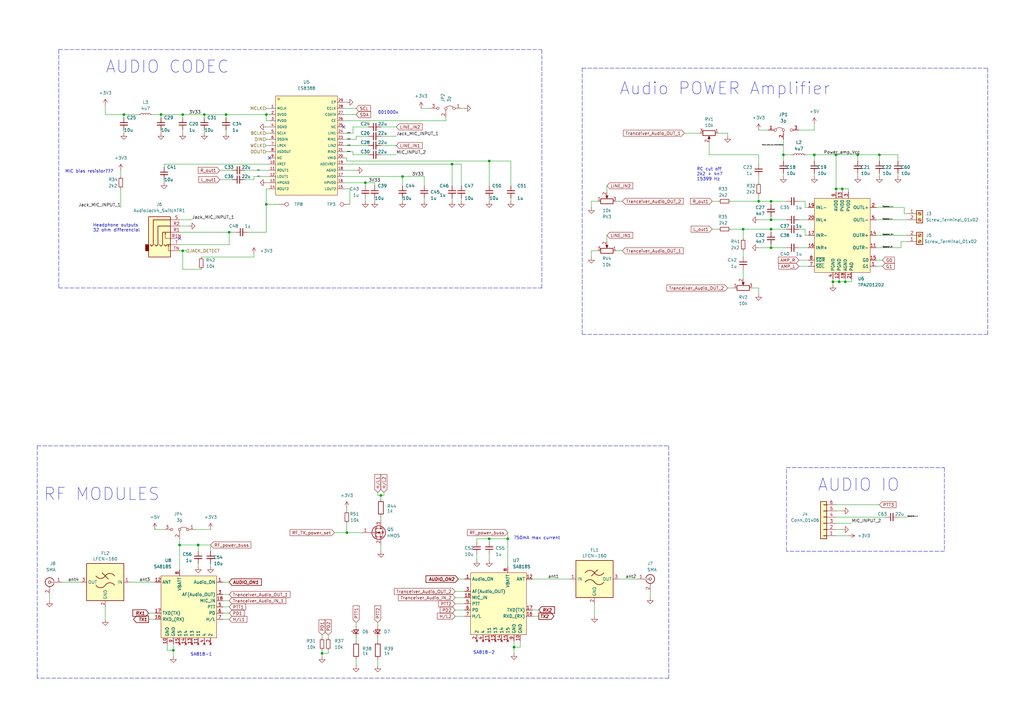
<source format=kicad_sch>
(kicad_sch (version 20211123) (generator eeschema)
  (paper "A3")
  (title_block (title "Cross band handy walkie talkie V2") (date "2023-03-19") (comment 1 "Author: Kecs Robert Alfred") (comment 2 "Reviewed by: Andreas Spiess"))
  (junction (at 316.23 101.6))
  (junction (at 351.79 63.5))
  (junction (at 344.17 115.57))
  (junction (at 92.71 46.99))
  (junction (at 74.93 46.99))
  (junction (at 83.82 46.99))
  (junction (at 81.28 223.52))
  (junction (at 342.9 63.5))
  (junction (at 73.66 223.52))
  (junction (at 341.63 115.57))
  (junction (at 66.04 46.99))
  (junction (at 210.82 265.43))
  (junction (at 321.31 63.5))
  (junction (at 156.21 203.2))
  (junction (at 304.8 93.98))
  (junction (at 208.28 220.98))
  (junction (at 71.12 266.7))
  (junction (at 109.22 83.82))
  (junction (at 316.23 90.17))
  (junction (at 200.66 66.04))
  (junction (at 132.08 267.97))
  (junction (at 149.86 74.93))
  (junction (at 50.8 46.99))
  (junction (at 165.1 72.39))
  (junction (at 316.23 82.55))
  (junction (at 346.71 115.57))
  (junction (at 334.01 63.5))
  (junction (at 109.22 46.99))
  (junction (at 342.9 77.47))
  (junction (at 360.68 63.5))
  (junction (at 93.98 95.25))
  (junction (at 316.23 93.98))
  (junction (at 311.15 82.55))
  (junction (at 185.42 67.31))
  (junction (at 74.93 102.87))
  (junction (at 200.66 220.98))
  (junction (at 345.44 77.47))
  (junction (at 142.24 218.44))
  (no_connect (at 110.49 64.77))
  (no_connect (at 73.66 97.79))
  (no_connect (at 140.97 52.07))
  (wire (pts (xy 334.01 63.5) (xy 334.01 66.04)))
  (wire (pts (xy 242.57 82.55) (xy 245.11 82.55)))
  (wire (pts (xy 242.57 82.55) (xy 242.57 85.09)))
  (wire (pts (xy 49.53 69.85) (xy 49.53 72.39)))
  (wire (pts (xy 334.01 50.8) (xy 334.01 53.34)))
  (wire (pts (xy 342.9 207.01) (xy 360.68 207.01)))
  (polyline (pts (xy 274.32 182.88) (xy 274.32 278.13)))
  (wire (pts (xy 347.98 219.71) (xy 342.9 219.71)))
  (wire (pts (xy 156.21 203.2) (xy 156.21 204.47)))
  (wire (pts (xy 67.31 67.31) (xy 110.49 67.31)))
  (wire (pts (xy 210.82 262.89) (xy 210.82 265.43)))
  (wire (pts (xy 243.84 252.73) (xy 243.84 247.65)))
  (wire (pts (xy 109.22 54.61) (xy 110.49 54.61)))
  (wire (pts (xy 345.44 217.17) (xy 342.9 217.17)))
  (wire (pts (xy 109.22 83.82) (xy 109.22 95.25)))
  (wire (pts (xy 347.98 77.47) (xy 347.98 78.74)))
  (wire (pts (xy 104.14 72.39) (xy 104.14 73.66)))
  (wire (pts (xy 81.28 231.14) (xy 81.28 232.41)))
  (wire (pts (xy 104.14 73.66) (xy 100.33 73.66)))
  (wire (pts (xy 132.08 260.35) (xy 132.08 261.62)))
  (wire (pts (xy 83.82 53.34) (xy 83.82 54.61)))
  (wire (pts (xy 73.66 90.17) (xy 78.74 90.17)))
  (wire (pts (xy 92.71 46.99) (xy 109.22 46.99)))
  (wire (pts (xy 189.23 81.28) (xy 189.23 82.55)))
  (wire (pts (xy 189.23 44.45) (xy 190.5 44.45)))
  (wire (pts (xy 154.94 201.93) (xy 154.94 203.2)))
  (wire (pts (xy 140.97 59.69) (xy 151.13 59.69)))
  (polyline (pts (xy 24.13 118.11) (xy 222.25 118.11)))
  (wire (pts (xy 316.23 93.98) (xy 322.58 93.98)))
  (wire (pts (xy 351.79 63.5) (xy 360.68 63.5)))
  (wire (pts (xy 156.21 63.5) (xy 162.56 63.5)))
  (wire (pts (xy 370.84 85.09) (xy 370.84 87.63)))
  (wire (pts (xy 173.99 76.2) (xy 173.99 72.39)))
  (wire (pts (xy 195.58 220.98) (xy 200.66 220.98)))
  (polyline (pts (xy 387.35 226.06) (xy 322.58 226.06)))
  (wire (pts (xy 311.15 80.01) (xy 311.15 82.55)))
  (wire (pts (xy 132.08 266.7) (xy 132.08 267.97)))
  (wire (pts (xy 33.02 238.76) (xy 25.4 238.76)))
  (wire (pts (xy 68.58 266.7) (xy 71.12 266.7)))
  (wire (pts (xy 316.23 101.6) (xy 322.58 101.6)))
  (wire (pts (xy 140.97 74.93) (xy 149.86 74.93)))
  (wire (pts (xy 341.63 114.3) (xy 341.63 115.57)))
  (wire (pts (xy 359.41 90.17) (xy 372.11 90.17)))
  (wire (pts (xy 144.78 52.07) (xy 151.13 52.07)))
  (wire (pts (xy 73.66 223.52) (xy 81.28 223.52)))
  (wire (pts (xy 316.23 88.9) (xy 316.23 90.17)))
  (wire (pts (xy 109.22 77.47) (xy 110.49 77.47)))
  (wire (pts (xy 165.1 81.28) (xy 165.1 82.55)))
  (wire (pts (xy 200.66 66.04) (xy 200.66 76.2)))
  (wire (pts (xy 304.8 93.98) (xy 316.23 93.98)))
  (wire (pts (xy 50.8 46.99) (xy 50.8 48.26)))
  (wire (pts (xy 66.04 46.99) (xy 74.93 46.99)))
  (wire (pts (xy 140.97 64.77) (xy 142.24 64.77)))
  (wire (pts (xy 20.32 243.84) (xy 20.32 246.38)))
  (wire (pts (xy 142.24 64.77) (xy 142.24 66.04)))
  (polyline (pts (xy 322.58 226.06) (xy 322.58 191.77)))
  (wire (pts (xy 93.98 254) (xy 91.44 254)))
  (wire (pts (xy 71.12 266.7) (xy 71.12 269.24)))
  (wire (pts (xy 195.58 227.33) (xy 195.58 229.87)))
  (wire (pts (xy 144.78 54.61) (xy 144.78 52.07)))
  (wire (pts (xy 311.15 118.11) (xy 311.15 120.65)))
  (wire (pts (xy 248.92 76.2) (xy 248.92 78.74)))
  (wire (pts (xy 66.04 53.34) (xy 66.04 54.61)))
  (wire (pts (xy 292.1 93.98) (xy 294.64 93.98)))
  (wire (pts (xy 104.14 105.41) (xy 82.55 105.41)))
  (wire (pts (xy 109.22 49.53) (xy 109.22 46.99)))
  (wire (pts (xy 86.36 226.06) (xy 86.36 223.52)))
  (polyline (pts (xy 24.13 20.32) (xy 24.13 118.11)))
  (wire (pts (xy 140.97 41.91) (xy 142.24 41.91)))
  (wire (pts (xy 209.55 66.04) (xy 200.66 66.04)))
  (wire (pts (xy 176.53 44.45) (xy 172.72 44.45)))
  (polyline (pts (xy 274.32 278.13) (xy 15.24 278.13)))
  (wire (pts (xy 360.68 63.5) (xy 368.3 63.5)))
  (wire (pts (xy 162.56 55.88) (xy 156.21 55.88)))
  (wire (pts (xy 144.78 62.23) (xy 140.97 62.23)))
  (wire (pts (xy 63.5 251.46) (xy 60.96 251.46)))
  (wire (pts (xy 341.63 115.57) (xy 344.17 115.57)))
  (polyline (pts (xy 387.35 191.77) (xy 387.35 226.06)))
  (wire (pts (xy 334.01 71.12) (xy 334.01 72.39)))
  (wire (pts (xy 255.27 102.87) (xy 252.73 102.87)))
  (wire (pts (xy 43.18 254) (xy 43.18 248.92)))
  (wire (pts (xy 90.17 69.85) (xy 95.25 69.85)))
  (wire (pts (xy 153.67 81.28) (xy 153.67 82.55)))
  (wire (pts (xy 290.83 63.5) (xy 290.83 58.42)))
  (polyline (pts (xy 322.58 191.77) (xy 363.22 191.77)))
  (wire (pts (xy 156.21 203.2) (xy 157.48 203.2)))
  (polyline (pts (xy 405.13 137.16) (xy 405.13 27.94)))
  (wire (pts (xy 341.63 115.57) (xy 341.63 116.84)))
  (wire (pts (xy 331.47 90.17) (xy 327.66 90.17)))
  (wire (pts (xy 50.8 46.99) (xy 57.15 46.99)))
  (wire (pts (xy 146.05 255.27) (xy 146.05 256.54)))
  (wire (pts (xy 321.31 57.15) (xy 321.31 63.5)))
  (wire (pts (xy 73.66 95.25) (xy 93.98 95.25)))
  (wire (pts (xy 209.55 81.28) (xy 209.55 82.55)))
  (wire (pts (xy 369.57 99.06) (xy 369.57 101.6)))
  (wire (pts (xy 195.58 220.98) (xy 195.58 222.25)))
  (wire (pts (xy 110.49 49.53) (xy 109.22 49.53)))
  (wire (pts (xy 93.98 95.25) (xy 93.98 100.33)))
  (wire (pts (xy 368.3 71.12) (xy 368.3 72.39)))
  (wire (pts (xy 218.44 252.73) (xy 220.98 252.73)))
  (wire (pts (xy 327.66 106.68) (xy 331.47 106.68)))
  (wire (pts (xy 73.66 92.71) (xy 77.47 92.71)))
  (wire (pts (xy 316.23 90.17) (xy 322.58 90.17)))
  (wire (pts (xy 316.23 82.55) (xy 316.23 83.82)))
  (wire (pts (xy 299.72 82.55) (xy 311.15 82.55)))
  (wire (pts (xy 73.66 100.33) (xy 93.98 100.33)))
  (wire (pts (xy 351.79 63.5) (xy 351.79 66.04)))
  (wire (pts (xy 330.2 85.09) (xy 331.47 85.09)))
  (wire (pts (xy 311.15 118.11) (xy 308.61 118.11)))
  (wire (pts (xy 349.25 114.3) (xy 349.25 115.57)))
  (wire (pts (xy 342.9 63.5) (xy 342.9 77.47)))
  (wire (pts (xy 92.71 53.34) (xy 92.71 54.61)))
  (wire (pts (xy 330.2 63.5) (xy 334.01 63.5)))
  (wire (pts (xy 342.9 212.09) (xy 363.22 212.09)))
  (wire (pts (xy 140.97 49.53) (xy 182.88 49.53)))
  (wire (pts (xy 50.8 53.34) (xy 50.8 54.61)))
  (wire (pts (xy 209.55 76.2) (xy 209.55 66.04)))
  (wire (pts (xy 156.21 59.69) (xy 162.56 59.69)))
  (wire (pts (xy 311.15 72.39) (xy 311.15 74.93)))
  (polyline (pts (xy 151.13 182.88) (xy 274.32 182.88)))
  (wire (pts (xy 157.48 201.93) (xy 157.48 203.2)))
  (wire (pts (xy 248.92 96.52) (xy 248.92 99.06)))
  (wire (pts (xy 93.98 248.92) (xy 91.44 248.92)))
  (wire (pts (xy 213.36 262.89) (xy 213.36 265.43)))
  (wire (pts (xy 137.16 218.44) (xy 142.24 218.44)))
  (wire (pts (xy 200.66 220.98) (xy 200.66 222.25)))
  (wire (pts (xy 73.66 223.52) (xy 73.66 233.68)))
  (wire (pts (xy 134.62 267.97) (xy 132.08 267.97)))
  (wire (pts (xy 149.86 74.93) (xy 153.67 74.93)))
  (wire (pts (xy 74.93 102.87) (xy 74.93 110.49)))
  (wire (pts (xy 66.04 46.99) (xy 66.04 48.26)))
  (wire (pts (xy 146.05 270.51) (xy 146.05 273.05)))
  (wire (pts (xy 68.58 266.7) (xy 68.58 264.16)))
  (wire (pts (xy 346.71 115.57) (xy 349.25 115.57)))
  (wire (pts (xy 189.23 67.31) (xy 189.23 76.2)))
  (wire (pts (xy 74.93 102.87) (xy 73.66 102.87)))
  (polyline (pts (xy 238.76 27.94) (xy 238.76 137.16)))
  (wire (pts (xy 345.44 77.47) (xy 347.98 77.47)))
  (wire (pts (xy 142.24 209.55) (xy 142.24 208.28)))
  (wire (pts (xy 149.86 74.93) (xy 149.86 76.2)))
  (wire (pts (xy 86.36 231.14) (xy 86.36 232.41)))
  (wire (pts (xy 266.7 242.57) (xy 266.7 245.11)))
  (wire (pts (xy 185.42 67.31) (xy 189.23 67.31)))
  (wire (pts (xy 100.33 69.85) (xy 110.49 69.85)))
  (wire (pts (xy 154.94 255.27) (xy 154.94 256.54)))
  (wire (pts (xy 109.22 62.23) (xy 110.49 62.23)))
  (wire (pts (xy 154.94 270.51) (xy 154.94 273.05)))
  (wire (pts (xy 213.36 265.43) (xy 210.82 265.43)))
  (wire (pts (xy 114.3 83.82) (xy 109.22 83.82)))
  (wire (pts (xy 330.2 82.55) (xy 327.66 82.55)))
  (wire (pts (xy 93.98 243.84) (xy 91.44 243.84)))
  (wire (pts (xy 93.98 251.46) (xy 91.44 251.46)))
  (wire (pts (xy 74.93 102.87) (xy 76.2 102.87)))
  (wire (pts (xy 218.44 237.49) (xy 233.68 237.49)))
  (wire (pts (xy 242.57 102.87) (xy 245.11 102.87)))
  (wire (pts (xy 304.8 93.98) (xy 304.8 97.79)))
  (wire (pts (xy 74.93 46.99) (xy 74.93 48.26)))
  (wire (pts (xy 242.57 102.87) (xy 242.57 105.41)))
  (wire (pts (xy 63.5 254) (xy 60.96 254)))
  (wire (pts (xy 299.72 93.98) (xy 304.8 93.98)))
  (wire (pts (xy 369.57 99.06) (xy 372.11 99.06)))
  (wire (pts (xy 186.69 252.73) (xy 190.5 252.73)))
  (wire (pts (xy 331.47 101.6) (xy 327.66 101.6)))
  (wire (pts (xy 134.62 266.7) (xy 134.62 267.97)))
  (wire (pts (xy 298.45 54.61) (xy 294.64 54.61)))
  (wire (pts (xy 200.66 220.98) (xy 208.28 220.98)))
  (wire (pts (xy 311.15 90.17) (xy 316.23 90.17)))
  (wire (pts (xy 140.97 69.85) (xy 146.05 69.85)))
  (wire (pts (xy 173.99 81.28) (xy 173.99 82.55)))
  (wire (pts (xy 359.41 101.6) (xy 369.57 101.6)))
  (wire (pts (xy 359.41 96.52) (xy 372.11 96.52)))
  (wire (pts (xy 360.68 63.5) (xy 360.68 66.04)))
  (wire (pts (xy 92.71 48.26) (xy 92.71 46.99)))
  (wire (pts (xy 208.28 220.98) (xy 208.28 232.41)))
  (wire (pts (xy 330.2 93.98) (xy 327.66 93.98)))
  (wire (pts (xy 321.31 71.12) (xy 321.31 72.39)))
  (wire (pts (xy 43.18 46.99) (xy 43.18 43.18)))
  (wire (pts (xy 182.88 49.53) (xy 182.88 48.26)))
  (wire (pts (xy 316.23 82.55) (xy 322.58 82.55)))
  (wire (pts (xy 330.2 93.98) (xy 330.2 96.52)))
  (wire (pts (xy 143.51 77.47) (xy 143.51 83.82)))
  (wire (pts (xy 109.22 46.99) (xy 110.49 46.99)))
  (wire (pts (xy 81.28 223.52) (xy 86.36 223.52)))
  (wire (pts (xy 153.67 74.93) (xy 153.67 76.2)))
  (wire (pts (xy 185.42 81.28) (xy 185.42 82.55)))
  (wire (pts (xy 280.67 54.61) (xy 287.02 54.61)))
  (wire (pts (xy 140.97 57.15) (xy 146.05 57.15)))
  (wire (pts (xy 146.05 44.45) (xy 140.97 44.45)))
  (wire (pts (xy 334.01 63.5) (xy 342.9 63.5)))
  (wire (pts (xy 254 237.49) (xy 261.62 237.49)))
  (wire (pts (xy 62.23 46.99) (xy 66.04 46.99)))
  (wire (pts (xy 255.27 82.55) (xy 252.73 82.55)))
  (wire (pts (xy 370.84 87.63) (xy 372.11 87.63)))
  (wire (pts (xy 351.79 71.12) (xy 351.79 72.39)))
  (wire (pts (xy 156.21 223.52) (xy 156.21 226.06)))
  (wire (pts (xy 346.71 114.3) (xy 346.71 115.57)))
  (wire (pts (xy 73.66 220.98) (xy 73.66 223.52)))
  (wire (pts (xy 344.17 115.57) (xy 346.71 115.57)))
  (wire (pts (xy 368.3 63.5) (xy 368.3 66.04)))
  (wire (pts (xy 345.44 77.47) (xy 345.44 78.74)))
  (wire (pts (xy 81.28 223.52) (xy 81.28 226.06)))
  (wire (pts (xy 140.97 77.47) (xy 143.51 77.47)))
  (wire (pts (xy 67.31 73.66) (xy 67.31 74.93)))
  (wire (pts (xy 311.15 101.6) (xy 316.23 101.6)))
  (wire (pts (xy 109.22 57.15) (xy 110.49 57.15)))
  (wire (pts (xy 314.96 53.34) (xy 311.15 53.34)))
  (polyline (pts (xy 15.24 278.13) (xy 15.24 182.88)))
  (wire (pts (xy 110.49 72.39) (xy 104.14 72.39)))
  (wire (pts (xy 185.42 67.31) (xy 185.42 76.2)))
  (wire (pts (xy 93.98 246.38) (xy 91.44 246.38)))
  (wire (pts (xy 321.31 63.5) (xy 325.12 63.5)))
  (wire (pts (xy 90.17 73.66) (xy 95.25 73.66)))
  (wire (pts (xy 83.82 46.99) (xy 83.82 48.26)))
  (wire (pts (xy 109.22 77.47) (xy 109.22 83.82)))
  (wire (pts (xy 370.84 85.09) (xy 359.41 85.09)))
  (wire (pts (xy 321.31 63.5) (xy 321.31 66.04)))
  (wire (pts (xy 154.94 203.2) (xy 156.21 203.2)))
  (polyline (pts (xy 222.25 118.11) (xy 222.25 20.32)))
  (wire (pts (xy 132.08 267.97) (xy 132.08 269.24)))
  (wire (pts (xy 360.68 71.12) (xy 360.68 72.39)))
  (wire (pts (xy 311.15 63.5) (xy 290.83 63.5)))
  (wire (pts (xy 146.05 261.62) (xy 146.05 262.89)))
  (wire (pts (xy 74.93 53.34) (xy 74.93 54.61)))
  (wire (pts (xy 146.05 46.99) (xy 140.97 46.99)))
  (wire (pts (xy 342.9 77.47) (xy 345.44 77.47)))
  (wire (pts (xy 311.15 82.55) (xy 316.23 82.55)))
  (wire (pts (xy 330.2 96.52) (xy 331.47 96.52)))
  (wire (pts (xy 200.66 227.33) (xy 200.66 229.87)))
  (wire (pts (xy 173.99 72.39) (xy 165.1 72.39)))
  (wire (pts (xy 101.6 95.25) (xy 109.22 95.25)))
  (polyline (pts (xy 363.22 191.77) (xy 387.35 191.77)))
  (wire (pts (xy 142.24 66.04) (xy 200.66 66.04)))
  (wire (pts (xy 91.44 238.76) (xy 93.98 238.76)))
  (wire (pts (xy 342.9 209.55) (xy 345.44 209.55)))
  (wire (pts (xy 200.66 81.28) (xy 200.66 82.55)))
  (wire (pts (xy 53.34 238.76) (xy 63.5 238.76)))
  (wire (pts (xy 74.93 46.99) (xy 83.82 46.99)))
  (wire (pts (xy 298.45 54.61) (xy 298.45 55.88)))
  (wire (pts (xy 342.9 77.47) (xy 342.9 78.74)))
  (wire (pts (xy 292.1 82.55) (xy 294.64 82.55)))
  (polyline (pts (xy 238.76 137.16) (xy 405.13 137.16)))
  (polyline (pts (xy 238.76 27.94) (xy 405.13 27.94)))
  (wire (pts (xy 140.97 54.61) (xy 144.78 54.61)))
  (wire (pts (xy 187.96 237.49) (xy 190.5 237.49)))
  (wire (pts (xy 151.13 63.5) (xy 144.78 63.5)))
  (wire (pts (xy 74.93 110.49) (xy 82.55 110.49)))
  (wire (pts (xy 327.66 109.22) (xy 331.47 109.22)))
  (wire (pts (xy 368.3 212.09) (xy 372.11 212.09)))
  (wire (pts (xy 186.69 242.57) (xy 190.5 242.57)))
  (wire (pts (xy 342.9 63.5) (xy 351.79 63.5)))
  (wire (pts (xy 146.05 57.15) (xy 146.05 55.88)))
  (wire (pts (xy 330.2 82.55) (xy 330.2 85.09)))
  (wire (pts (xy 311.15 63.5) (xy 311.15 67.31)))
  (wire (pts (xy 208.28 218.44) (xy 208.28 220.98)))
  (wire (pts (xy 109.22 74.93) (xy 110.49 74.93)))
  (wire (pts (xy 210.82 265.43) (xy 210.82 267.97)))
  (polyline (pts (xy 15.24 182.88) (xy 151.13 182.88)))
  (wire (pts (xy 43.18 46.99) (xy 50.8 46.99)))
  (wire (pts (xy 165.1 72.39) (xy 165.1 76.2)))
  (wire (pts (xy 134.62 260.35) (xy 134.62 261.62)))
  (wire (pts (xy 110.49 52.07) (xy 109.22 52.07)))
  (wire (pts (xy 162.56 52.07) (xy 156.21 52.07)))
  (wire (pts (xy 142.24 218.44) (xy 148.59 218.44)))
  (wire (pts (xy 71.12 266.7) (xy 71.12 264.16)))
  (wire (pts (xy 104.14 105.41) (xy 104.14 104.14)))
  (wire (pts (xy 140.97 67.31) (xy 185.42 67.31)))
  (wire (pts (xy 334.01 53.34) (xy 327.66 53.34)))
  (wire (pts (xy 86.36 217.17) (xy 80.01 217.17)))
  (wire (pts (xy 186.69 245.11) (xy 190.5 245.11)))
  (wire (pts (xy 83.82 46.99) (xy 92.71 46.99)))
  (wire (pts (xy 361.95 106.68) (xy 359.41 106.68)))
  (wire (pts (xy 342.9 214.63) (xy 349.25 214.63)))
  (wire (pts (xy 146.05 55.88) (xy 151.13 55.88)))
  (wire (pts (xy 304.8 110.49) (xy 304.8 114.3)))
  (wire (pts (xy 144.78 63.5) (xy 144.78 62.23)))
  (wire (pts (xy 186.69 250.19) (xy 190.5 250.19)))
  (wire (pts (xy 186.69 247.65) (xy 190.5 247.65)))
  (wire (pts (xy 304.8 102.87) (xy 304.8 105.41)))
  (wire (pts (xy 93.98 95.25) (xy 96.52 95.25)))
  (wire (pts (xy 154.94 261.62) (xy 154.94 262.89)))
  (wire (pts (xy 140.97 72.39) (xy 165.1 72.39)))
  (wire (pts (xy 109.22 59.69) (xy 110.49 59.69)))
  (wire (pts (xy 149.86 81.28) (xy 149.86 82.55)))
  (wire (pts (xy 156.21 212.09) (xy 156.21 213.36)))
  (wire (pts (xy 298.45 118.11) (xy 300.99 118.11)))
  (wire (pts (xy 218.44 250.19) (xy 220.98 250.19)))
  (wire (pts (xy 344.17 114.3) (xy 344.17 115.57)))
  (wire (pts (xy 142.24 214.63) (xy 142.24 218.44)))
  (wire (pts (xy 361.95 109.22) (xy 359.41 109.22)))
  (polyline (pts (xy 24.13 20.32) (xy 222.25 20.32)))
  (wire (pts (xy 316.23 100.33) (xy 316.23 101.6)))
  (wire (pts (xy 63.5 217.17) (xy 67.31 217.17)))
  (wire (pts (xy 49.53 85.09) (xy 49.53 77.47)))
  (wire (pts (xy 316.23 93.98) (xy 316.23 95.25)))
  (wire (pts (xy 67.31 67.31) (xy 67.31 68.58)))
  (wire (pts (xy 109.22 44.45) (xy 110.49 44.45)))
  (text "AUDIO IO" (at 335.28 201.93 0) (effects (font (size 5 5)) (justify left bottom)))
  (text "RC cut off\n2k2 + 4n7\n15399 Hz" (at 285.75 74.295 0) (effects (font (size 1.27 1.27)) (justify left bottom)))
  (text "SA818-1\n" (at 78.105 269.24 0) (effects (font (size 1.27 1.27)) (justify left bottom)))
  (text "Headphone outputs\n32 ohm differencial" (at 38.1 95.25 0) (effects (font (size 1.27 1.27)) (justify left bottom)))
  (text "001000x" (at 154.94 46.99 0) (effects (font (size 1.27 1.27)) (justify left bottom)))
  (text "Audio POWER Amplifier" (at 254 39.37 0) (effects (font (size 5 5)) (justify left bottom)))
  (text "MIC bias resistor???\n" (at 26.67 71.12 0) (effects (font (size 1.27 1.27)) (justify left bottom)))
  (text "RF MODULES" (at 17.78 205.74 0) (effects (font (size 5 5)) (justify left bottom)))
  (text "750mA max current" (at 210.566 221.488 0) (effects (font (size 1.27 1.27)) (justify left bottom)))
  (text "AUDIO CODEC" (at 43.18 30.48 0) (effects (font (size 5 5)) (justify left bottom)))
  (text "SA818-2\n" (at 194.056 268.478 0) (effects (font (size 1.27 1.27)) (justify left bottom)))
  (label "3V33" (at 151.13 74.93 0))
  (label "Speaker_L+" (at 372.11 212.09 0) (effects (font (size 0.5 0.5))))
  (label "ant4" (at 27.94 238.76 0))
  (label "Speaker_L+" (at 361.95 85.09 0) (effects (font (size 0.5 0.5))))
  (label "ant2" (at 256.54 237.49 0))
  (label "3V33" (at 77.47 46.99 0))
  (label "Jack_MIC_INPUT_1" (at 78.74 90.17 0))
  (label "Jack_MIC_INPUT_1" (at 49.53 85.09 180))
  (label "ant3" (at 57.15 238.76 0))
  (label "R_out1_" (at 105.41 69.85 0) (effects (font (size 0.2 0.2))))
  (label "Speaker_R+" (at 361.95 96.52 0) (effects (font (size 0.5 0.5))))
  (label "A_audio_3" (at 142.24 59.69 0) (effects (font (size 0.2 0.2))))
  (label "L_out1_" (at 105.41 72.39 0) (effects (font (size 0.2 0.2))))
  (label "Power_amp_Vcc_intermediate" (at 321.31 59.69 180) (effects (font (size 0.4 0.4))))
  (label "A_audio_2" (at 142.24 57.15 0) (effects (font (size 0.2 0.2))))
  (label "Jack_MIC_INPUT_1" (at 162.56 55.88 0))
  (label "MIC_INPUT_2" (at 349.25 214.63 0))
  (label "Speaker_R-" (at 361.95 101.6 0) (effects (font (size 0.5 0.5))))
  (label "Speaker_L-" (at 361.95 90.17 0) (effects (font (size 0.5 0.5))))
  (label "3V33" (at 168.91 72.39 0))
  (label "Power_amp_Vcc" (at 337.82 63.5 0))
  (label "A_audio_4" (at 142.24 62.23 0) (effects (font (size 0.2 0.2))))
  (label "MIC_INPUT_2" (at 162.56 63.5 0))
  (label "ant1" (at 224.79 237.49 0))
  (label "A_audio_1" (at 142.24 54.61 0) (effects (font (size 0.2 0.2))))
  (global_label "LINE_IN1" (shape input) (at 248.92 96.52 0) (property "Intersheet References" "${INTERSHEET_REFS}" (effects hide)))
  (global_label "LINE_IN2" (shape input) (at 248.92 76.2 0) (property "Intersheet References" "${INTERSHEET_REFS}" (effects hide)))
  (global_label "PTT2" (shape input) (at 186.69 247.65 180) (property "Intersheet References" "${INTERSHEET_REFS}" (effects hide)))
  (global_label "PTT1" (shape input) (at 146.05 255.27 90) (property "Intersheet References" "${INTERSHEET_REFS}" (effects hide)))
  (global_label "L_out1" (shape input) (at 292.1 93.98 180) (property "Intersheet References" "${INTERSHEET_REFS}" (effects hide)))
  (global_label "LINE_IN1" (shape input) (at 162.56 59.69 0) (property "Intersheet References" "${INTERSHEET_REFS}" (effects hide)))
  (global_label "TX1" (shape output) (at 60.96 254 180) (effects (font (thickness 0.254) bold italic)) (property "Intersheet References" "${INTERSHEET_REFS}" (effects hide)))
  (global_label "AUDIO_ON2" (shape input) (at 187.96 237.49 180) (effects (font (thickness 0.254) bold italic)) (property "Intersheet References" "${INTERSHEET_REFS}" (effects hide)))
  (global_label "RX2" (shape input) (at 220.98 250.19 0) (effects (font (thickness 0.254) bold italic)) (property "Intersheet References" "${INTERSHEET_REFS}" (effects hide)))
  (global_label "PD2" (shape input) (at 186.69 250.19 180) (property "Intersheet References" "${INTERSHEET_REFS}" (effects hide)))
  (global_label "RF_power_buss" (shape input) (at 208.28 218.44 180) (property "Intersheet References" "${INTERSHEET_REFS}" (effects hide)))
  (global_label "H{slash}L1" (shape input) (at 154.94 201.93 90) (property "Intersheet References" "${INTERSHEET_REFS}" (effects hide)))
  (global_label "G0" (shape input) (at 361.95 106.68 0) (property "Intersheet References" "${INTERSHEET_REFS}" (effects hide)))
  (global_label "AMP_L" (shape input) (at 327.66 109.22 180) (property "Intersheet References" "${INTERSHEET_REFS}" (effects hide)))
  (global_label "G1" (shape input) (at 361.95 109.22 0) (property "Intersheet References" "${INTERSHEET_REFS}" (effects hide)))
  (global_label "Tranceiver_Audio_OUT_2" (shape input) (at 255.27 82.55 0) (property "Intersheet References" "${INTERSHEET_REFS}" (effects hide)))
  (global_label "PD1" (shape input) (at 93.98 251.46 0) (property "Intersheet References" "${INTERSHEET_REFS}" (effects hide)))
  (global_label "AUDIO_ON1" (shape input) (at 93.98 238.76 0) (effects (font (thickness 0.254) bold italic)) (property "Intersheet References" "${INTERSHEET_REFS}" (effects hide)))
  (global_label "Tranceiver_Audio_OUT_1" (shape input) (at 93.98 243.84 0) (property "Intersheet References" "${INTERSHEET_REFS}" (effects hide)))
  (global_label "PTT1" (shape input) (at 93.98 248.92 0) (property "Intersheet References" "${INTERSHEET_REFS}" (effects hide)))
  (global_label "H{slash}L1" (shape input) (at 93.98 254 0) (property "Intersheet References" "${INTERSHEET_REFS}" (effects hide)))
  (global_label "PTT3" (shape input) (at 360.68 207.01 0) (property "Intersheet References" "${INTERSHEET_REFS}" (effects hide)))
  (global_label "Tranceiver_Audio_OUT_1" (shape input) (at 255.27 102.87 0) (property "Intersheet References" "${INTERSHEET_REFS}" (effects hide)))
  (global_label "Tranceiver_Audio_OUT_2" (shape input) (at 298.45 118.11 180) (property "Intersheet References" "${INTERSHEET_REFS}" (effects hide)))
  (global_label "H{slash}L2" (shape input) (at 186.69 252.73 180) (property "Intersheet References" "${INTERSHEET_REFS}" (effects hide)))
  (global_label "SCL" (shape input) (at 146.05 44.45 0) (property "Intersheet References" "${INTERSHEET_REFS}" (effects hide)))
  (global_label "TX2" (shape output) (at 220.98 252.73 0) (effects (font (thickness 0.254) bold italic)) (property "Intersheet References" "${INTERSHEET_REFS}" (effects hide)))
  (global_label "PTT2" (shape input) (at 154.94 255.27 90) (property "Intersheet References" "${INTERSHEET_REFS}" (effects hide)))
  (global_label "Tranceiver_Audio_IN_2" (shape input) (at 186.69 245.11 180) (property "Intersheet References" "${INTERSHEET_REFS}" (effects hide)))
  (global_label "H{slash}L2" (shape input) (at 157.48 201.93 90) (property "Intersheet References" "${INTERSHEET_REFS}" (effects hide)))
  (global_label "RF_power_buss" (shape input) (at 86.36 223.52 0) (property "Intersheet References" "${INTERSHEET_REFS}" (effects hide)))
  (global_label "AMP_R" (shape input) (at 327.66 106.68 180) (property "Intersheet References" "${INTERSHEET_REFS}" (effects hide)))
  (global_label "Tranceiver_Audio_OUT_2" (shape input) (at 186.69 242.57 180) (property "Intersheet References" "${INTERSHEET_REFS}" (effects hide)))
  (global_label "L_out1" (shape input) (at 90.17 73.66 180) (property "Intersheet References" "${INTERSHEET_REFS}" (effects hide)))
  (global_label "Tranceiver_Audio_OUT_1" (shape input) (at 280.67 54.61 180) (property "Intersheet References" "${INTERSHEET_REFS}" (effects hide)))
  (global_label "RX1" (shape input) (at 60.96 251.46 180) (effects (font (thickness 0.254) bold italic)) (property "Intersheet References" "${INTERSHEET_REFS}" (effects hide)))
  (global_label "PD2" (shape input) (at 134.62 260.35 90) (property "Intersheet References" "${INTERSHEET_REFS}" (effects hide)))
  (global_label "Tranceiver_Audio_IN_1" (shape input) (at 93.98 246.38 0) (property "Intersheet References" "${INTERSHEET_REFS}" (effects hide)))
  (global_label "LINE_IN2" (shape input) (at 162.56 52.07 0) (property "Intersheet References" "${INTERSHEET_REFS}" (effects hide)))
  (global_label "PD1" (shape input) (at 132.08 260.35 90) (property "Intersheet References" "${INTERSHEET_REFS}" (effects hide)))
  (global_label "SDA" (shape input) (at 146.05 46.99 0) (property "Intersheet References" "${INTERSHEET_REFS}" (effects hide)))
  (global_label "R_out1" (shape input) (at 90.17 69.85 180) (property "Intersheet References" "${INTERSHEET_REFS}" (effects hide)))
  (global_label "R_out1" (shape input) (at 292.1 82.55 180) (property "Intersheet References" "${INTERSHEET_REFS}" (effects hide)))
  (global_label "RF_TX_power_set" (shape input) (at 137.16 218.44 180) (property "Intersheet References" "${INTERSHEET_REFS}" (effects hide)))
  (hierarchical_label "JACK_DETECT" (shape input) (at 76.2 102.87 0))
  (hierarchical_label "DOUT" (shape input) (at 109.22 62.23 180))
  (hierarchical_label "MCLK" (shape input) (at 109.22 44.45 180))
  (hierarchical_label "WCLK" (shape input) (at 109.22 59.69 180))
  (hierarchical_label "BCLK" (shape input) (at 109.22 54.61 180))
  (hierarchical_label "DIN" (shape input) (at 109.22 57.15 180))
  (symbol (lib_id "Device:C_Small") (at 325.12 82.55 90) (mirror x) (unit 1)
    (property "Reference" "C35" (at 323.85 85.09 90) (effects (justify left)))
    (property "Value" "1u" (at 328.93 85.09 90) (effects (justify left)))
    (property "Footprint" "Capacitor_SMD:C_0402_1005Metric" (effects hide))
    (property "Datasheet" "https://jlcpcb.com/partdetail/16531-CL10A105KB8NNNC/C15849" (effects hide))
    (property "LCSC" "C52923" (effects hide))
  )
  (symbol (lib_id "Device:R") (at 154.94 266.7 0) (unit 1)
    (property "Reference" "R39" (at 157.48 266.065 0) (effects (justify left)))
    (property "Value" "1k" (at 157.48 267.97 0) (effects (justify left)))
    (property "Footprint" "Resistor_SMD:R_0603_1608Metric" (effects hide))
    (property "Datasheet" "https://datasheet.lcsc.com/lcsc/1811022111_UNI-ROYAL-Uniroyal-Elec-0805W8F1001T5E_C17513.pdf" (effects hide))
    (property "LCSC" "C21190" (effects hide))
  )
  (symbol (lib_id "power:GND") (at 190.5 44.45 90) (mirror x) (unit 1)
    (property "Reference" "#PWR056" (effects hide))
    (property "Value" "GND" (effects hide))
  )
  (symbol (lib_id "Device:C_Small") (at 81.28 228.6 0) (mirror y) (unit 1)
    (property "Reference" "C56" (at 78.74 227.33 0) (effects (justify left)))
    (property "Value" "1u" (at 78.74 229.87 0) (effects (justify left)))
    (property "Footprint" "Capacitor_SMD:C_0603_1608Metric_Pad1.08x0.95mm_HandSolder" (effects hide))
    (property "Datasheet" "https://jlcpcb.com/partdetail/16531-CL10A105KB8NNNC/C15849" (effects hide))
    (property "LCSC" "C15849" (effects hide))
  )
  (symbol (lib_id "power:GND") (at 351.79 72.39 0) (mirror y) (unit 1)
    (property "Reference" "#PWR052" (effects hide))
    (property "Value" "GND" (effects hide))
  )
  (symbol (lib_id "power:GND") (at 321.31 72.39 0) (mirror y) (unit 1)
    (property "Reference" "#PWR050" (effects hide))
    (property "Value" "GND" (effects hide))
  )
  (symbol (lib_id "Connector:Screw_Terminal_01x02") (at 377.19 87.63 0) (unit 1)
    (property "Reference" "J3" (at 379.73 87.6299 0) (effects (justify left)))
    (property "Value" "Screw_Terminal_01x02" (at 379.73 90.1699 0) (effects (justify left)))
    (property "Footprint" "TerminalBlock_Altech:Altech_AK300_1x02_P5.00mm_45-Degree" (effects hide))
  )
  (symbol (lib_id "Device:C_Small") (at 334.01 68.58 0) (mirror y) (unit 1)
    (property "Reference" "C19" (at 339.09 68.58 0) (effects (justify left)))
    (property "Value" "10u" (at 339.09 71.12 0) (effects (justify left)))
    (property "Footprint" "Capacitor_SMD:C_0603_1608Metric" (effects hide))
    (property "LCSC" "C96446" (effects hide))
  )
  (symbol (lib_id "Connector:AudioJack4_SwitchTR1") (at 68.58 95.25 0) (unit 1)
    (property "Reference" "J6" (at 65.3415 83.82 0))
    (property "Value" "AudioJack4_SwitchTR1" (at 65.3415 86.36 0))
    (property "Footprint" "Z_mycustom_footprint_lib:PJ-316A-6A" (effects hide))
    (property "LCSC" "C128987" (effects hide))
  )
  (symbol (lib_id "power:GND") (at 66.04 54.61 0) (mirror y) (unit 1)
    (property "Reference" "#PWR060" (effects hide))
    (property "Value" "GND" (effects hide))
  )
  (symbol (lib_id "power:GND") (at 195.58 229.87 0) (unit 1)
    (property "Reference" "#PWR095" (effects hide))
    (property "Value" "GND" (effects hide))
  )
  (symbol (lib_id "Device:L_Small") (at 327.66 63.5 90) (unit 1)
    (property "Reference" "L2" (at 327.66 58.42 90))
    (property "Value" "4u7" (at 327.66 60.96 90))
    (property "Footprint" "Z_mycustom_footprint_lib:Inductor_2.5x2x1.2mm" (effects hide))
    (property "LCSC" "C3002553" (effects hide))
  )
  (symbol (lib_id "power:GND") (at 149.86 82.55 0) (mirror y) (unit 1)
    (property "Reference" "#PWR069" (effects hide))
    (property "Value" "GND" (effects hide))
  )
  (symbol (lib_id "Device:R_Small") (at 297.18 82.55 90) (unit 1)
    (property "Reference" "R33" (at 298.45 77.47 90) (effects (justify left)))
    (property "Value" "2k2" (at 298.45 80.01 90) (effects (justify left)))
    (property "Footprint" "Resistor_SMD:R_0402_1005Metric" (effects hide))
    (property "LCSC" "C25879" (effects hide))
  )
  (symbol (lib_id "Device:C_Small") (at 153.67 78.74 0) (mirror y) (unit 1)
    (property "Reference" "C39" (at 158.75 76.2 0) (effects (justify left)))
    (property "Value" "10u" (at 157.48 81.28 0) (effects (justify left)))
    (property "Footprint" "Capacitor_SMD:C_0603_1608Metric" (effects hide))
    (property "LCSC" "C96446" (effects hide))
  )
  (symbol (lib_id "Device:C_Small") (at 86.36 228.6 0) (mirror y) (unit 1)
    (property "Reference" "C54" (at 91.44 228.6 0) (effects (justify left)))
    (property "Value" "10u" (at 91.44 231.14 0) (effects (justify left)))
    (property "Footprint" "Capacitor_SMD:C_0603_1608Metric" (effects hide))
    (property "LCSC" "C96446" (effects hide))
  )
  (symbol (lib_id "power:GND") (at 311.15 101.6 270) (unit 1)
    (property "Reference" "#PWR066" (effects hide))
    (property "Value" "GND" (effects hide))
  )
  (symbol (lib_id "power:GND") (at 156.21 226.06 0) (mirror y) (unit 1)
    (property "Reference" "#PWR0114" (effects hide))
    (property "Value" "GND" (effects hide))
  )
  (symbol (lib_id "Connector:TestPoint") (at 114.3 83.82 270) (unit 1) (in_bom no)
    (property "Reference" "TP8" (at 120.65 83.8199 90) (effects (justify left)))
    (property "Value" "TestPoint" (effects hide))
    (property "Footprint" "TestPoint:TestPoint_Pad_1.0x1.0mm" (effects hide))
  )
  (symbol (lib_id "Device:R_Small") (at 304.8 100.33 0) (unit 1)
    (property "Reference" "R41" (at 299.72 99.06 0) (effects (justify left)))
    (property "Value" "2k2" (at 299.72 101.6 0) (effects (justify left)))
    (property "Footprint" "Resistor_SMD:R_0402_1005Metric" (effects hide))
    (property "LCSC" "C25879" (effects hide))
  )
  (symbol (lib_id "Device:R_Small") (at 311.15 77.47 0) (unit 1)
    (property "Reference" "R32" (at 306.07 76.2 0) (effects (justify left)))
    (property "Value" "2k2" (at 306.07 78.74 0) (effects (justify left)))
    (property "Footprint" "Resistor_SMD:R_0402_1005Metric" (effects hide))
    (property "LCSC" "C25879" (effects hide))
  )
  (symbol (lib_id "Device:R_Small") (at 82.55 107.95 0) (mirror y) (unit 1)
    (property "Reference" "R42" (at 86.36 106.68 0))
    (property "Value" "10k" (at 86.36 109.22 0))
    (property "Footprint" "Resistor_SMD:R_0603_1608Metric_Pad0.98x0.95mm_HandSolder" (effects hide))
    (property "LCSC" "C25804" (effects hide))
  )
  (symbol (lib_id "power:GND") (at 142.24 41.91 90) (mirror x) (unit 1)
    (property "Reference" "#PWR049" (effects hide))
    (property "Value" "GND" (effects hide))
  )
  (symbol (lib_id "My_custom_lib:SA818S") (at 81.28 238.76 0) (mirror y) (unit 1)
    (property "Reference" "U8" (at 70.3706 229.87 0) (effects (justify left)))
    (property "Value" "SA818S" (at 70.3706 232.41 0) (effects (justify left)))
    (property "Footprint" "Z_mycustom_footprint_lib:SA818S" (effects hide))
    (property "LCSC" "C3001549" (effects hide))
  )
  (symbol (lib_id "Device:C_Small") (at 153.67 63.5 90) (mirror x) (unit 1)
    (property "Reference" "C30" (at 151.765 62.23 90) (effects (justify left)))
    (property "Value" "22u" (at 158.75 62.23 90) (effects (justify left)))
    (property "Footprint" "Capacitor_SMD:C_0805_2012Metric" (effects hide))
    (property "Datasheet" "https://jlcpcb.com/partdetail/16531-CL10A105KB8NNNC/C15849" (effects hide))
    (property "LCSC" "C45783" (effects hide))
  )
  (symbol (lib_id "Device:C_Small") (at 67.31 71.12 0) (mirror y) (unit 1)
    (property "Reference" "C41" (at 72.39 68.58 0) (effects (justify left)))
    (property "Value" "10u" (at 71.12 73.66 0) (effects (justify left)))
    (property "Footprint" "Capacitor_SMD:C_0603_1608Metric" (effects hide))
    (property "LCSC" "C96446" (effects hide))
  )
  (symbol (lib_id "power:GND") (at 71.12 269.24 0) (mirror y) (unit 1)
    (property "Reference" "#PWR0106" (effects hide))
    (property "Value" "GND" (effects hide))
  )
  (symbol (lib_id "power:GND") (at 43.18 254 0) (mirror y) (unit 1)
    (property "Reference" "#PWR0104" (effects hide))
    (property "Value" "GND" (effects hide))
  )
  (symbol (lib_id "power:GND") (at 92.71 54.61 0) (mirror y) (unit 1)
    (property "Reference" "#PWR063" (effects hide))
    (property "Value" "GND" (effects hide))
  )
  (symbol (lib_id "power:+3V3") (at 49.53 69.85 0) (unit 1)
    (property "Reference" "#PWR087" (effects hide))
    (property "Value" "+3V3" (at 49.53 64.77 0))
  )
  (symbol (lib_id "Device:C_Small") (at 311.15 69.85 0) (mirror y) (unit 1)
    (property "Reference" "C23" (at 308.61 68.58 0) (effects (justify left)))
    (property "Value" "1u" (at 308.61 71.12 0) (effects (justify left)))
    (property "Footprint" "Capacitor_SMD:C_0402_1005Metric" (effects hide))
    (property "Datasheet" "https://jlcpcb.com/partdetail/16531-CL10A105KB8NNNC/C15849" (effects hide))
    (property "LCSC" "C52923" (effects hide))
  )
  (symbol (lib_id "Device:C_Small") (at 325.12 93.98 90) (mirror x) (unit 1)
    (property "Reference" "C38" (at 323.85 96.52 90) (effects (justify left)))
    (property "Value" "1u" (at 328.93 96.52 90) (effects (justify left)))
    (property "Footprint" "Capacitor_SMD:C_0402_1005Metric" (effects hide))
    (property "Datasheet" "https://jlcpcb.com/partdetail/16531-CL10A105KB8NNNC/C15849" (effects hide))
    (property "LCSC" "C52923" (effects hide))
  )
  (symbol (lib_id "Device:R_Potentiometer") (at 248.92 82.55 90) (unit 1)
    (property "Reference" "RV3" (at 248.92 88.9 90))
    (property "Value" "10k" (at 248.92 86.36 90))
    (property "Footprint" "Potentiometer_SMD:Potentiometer_Bourns_3314J_Vertical" (effects hide))
    (property "LCSC" "C36376" (effects hide))
  )
  (symbol (lib_id "power:GND") (at 242.57 105.41 0) (mirror y) (unit 1)
    (property "Reference" "#PWR089" (effects hide))
    (property "Value" "GND" (effects hide))
  )
  (symbol (lib_id "power:GND") (at 345.44 209.55 90) (unit 1)
    (property "Reference" "#PWR0125" (effects hide))
    (property "Value" "GND" (effects hide))
  )
  (symbol (lib_id "Device:R_Small") (at 49.53 74.93 0) (unit 1)
    (property "Reference" "R34" (at 44.45 73.66 0) (effects (justify left)))
    (property "Value" "2k2" (at 44.45 76.2 0) (effects (justify left)))
    (property "Footprint" "Resistor_SMD:R_0402_1005Metric" (effects hide))
    (property "LCSC" "C25879" (effects hide))
  )
  (symbol (lib_id "power:GND") (at 360.68 72.39 0) (mirror y) (unit 1)
    (property "Reference" "#PWR053" (effects hide))
    (property "Value" "GND" (effects hide))
  )
  (symbol (lib_id "Device:C_Small") (at 189.23 78.74 0) (mirror y) (unit 1)
    (property "Reference" "C47" (at 194.31 76.2 0) (effects (justify left)))
    (property "Value" "10u" (at 194.31 81.28 0) (effects (justify left)))
    (property "Footprint" "Capacitor_SMD:C_0603_1608Metric" (effects hide))
    (property "LCSC" "C96446" (effects hide))
  )
  (symbol (lib_id "Device:C_Small") (at 149.86 78.74 0) (mirror y) (unit 1)
    (property "Reference" "C43" (at 147.32 77.47 0) (effects (justify left)))
    (property "Value" "1u" (at 147.32 80.01 0) (effects (justify left)))
    (property "Footprint" "Capacitor_SMD:C_0402_1005Metric" (effects hide))
    (property "Datasheet" "https://jlcpcb.com/partdetail/16531-CL10A105KB8NNNC/C15849" (effects hide))
    (property "LCSC" "C52923" (effects hide))
  )
  (symbol (lib_id "Device:R_Small") (at 142.24 212.09 0) (mirror x) (unit 1)
    (property "Reference" "R51" (at 147.32 210.82 0) (effects (justify right)))
    (property "Value" "10k" (at 147.32 213.36 0) (effects (justify right)))
    (property "Footprint" "Resistor_SMD:R_0603_1608Metric_Pad0.98x0.95mm_HandSolder" (effects hide))
    (property "LCSC" "C25804" (effects hide))
  )
  (symbol (lib_id "power:GND") (at 146.05 273.05 0) (unit 1)
    (property "Reference" "#PWR0108" (effects hide))
    (property "Value" "GND" (effects hide))
  )
  (symbol (lib_id "power:+3V3") (at 43.18 43.18 0) (unit 1)
    (property "Reference" "#PWR054" (effects hide))
    (property "Value" "+3V3" (at 43.18 38.1 0))
  )
  (symbol (lib_id "power:GND") (at 189.23 82.55 0) (mirror y) (unit 1)
    (property "Reference" "#PWR074" (effects hide))
    (property "Value" "GND" (effects hide))
  )
  (symbol (lib_id "power:+3V3") (at 172.72 44.45 0) (unit 1)
    (property "Reference" "#PWR055" (effects hide))
    (property "Value" "+3V3" (at 172.72 39.37 0))
  )
  (symbol (lib_id "Device:C_Small") (at 365.76 212.09 90) (mirror x) (unit 1)
    (property "Reference" "C63" (at 363.855 210.82 90) (effects (justify left)))
    (property "Value" "22u" (at 370.84 210.82 90) (effects (justify left)))
    (property "Footprint" "Capacitor_SMD:C_0805_2012Metric" (effects hide))
    (property "Datasheet" "https://jlcpcb.com/partdetail/16531-CL10A105KB8NNNC/C15849" (effects hide))
    (property "LCSC" "C45783" (effects hide))
  )
  (symbol (lib_id "My_custom_lib:TPA2012D2") (at 345.44 95.25 0) (unit 1)
    (property "Reference" "U6" (at 351.79 114.3 0) (effects (justify left)))
    (property "Value" "TPA2012D2" (at 351.79 116.84 0) (effects (justify left)))
    (property "Footprint" "Package_DFN_QFN:QFN-20-1EP_4x4mm_P0.5mm_EP2.6x2.6mm_ThermalVias" (effects hide))
    (property "Datasheet" "https://www.ti.com/cn/lit/ds/symlink/tpa2012d2.pdf?ts=1677331699302&ref_url=https%253A%252F%252Fjlcpcb.com%252F" (effects hide))
    (property "LCSC" "C7717" (effects hide))
  )
  (symbol (lib_id "Device:C_Small") (at 74.93 50.8 0) (mirror x) (unit 1)
    (property "Reference" "C20" (at 77.47 50.8 0) (effects (justify left)))
    (property "Value" "1u" (at 77.47 53.34 0) (effects (justify left)))
    (property "Footprint" "Capacitor_SMD:C_0402_1005Metric" (effects hide))
    (property "Datasheet" "https://jlcpcb.com/partdetail/16531-CL10A105KB8NNNC/C15849" (effects hide))
    (property "LCSC" "C52923" (effects hide))
  )
  (symbol (lib_id "power:GND") (at 74.93 54.61 0) (mirror y) (unit 1)
    (property "Reference" "#PWR061" (effects hide))
    (property "Value" "GND" (effects hide))
  )
  (symbol (lib_id "Device:C_Small") (at 92.71 50.8 0) (mirror x) (unit 1)
    (property "Reference" "C34" (at 95.25 50.8 0) (effects (justify left)))
    (property "Value" "1u" (at 95.25 53.34 0) (effects (justify left)))
    (property "Footprint" "Capacitor_SMD:C_0402_1005Metric" (effects hide))
    (property "Datasheet" "https://jlcpcb.com/partdetail/16531-CL10A105KB8NNNC/C15849" (effects hide))
    (property "LCSC" "C52923" (effects hide))
  )
  (symbol (lib_id "power:GND") (at 50.8 54.61 0) (mirror y) (unit 1)
    (property "Reference" "#PWR059" (effects hide))
    (property "Value" "GND" (effects hide))
  )
  (symbol (lib_id "power:GND") (at 345.44 217.17 90) (unit 1)
    (property "Reference" "#PWR0124" (effects hide))
    (property "Value" "GND" (effects hide))
  )
  (symbol (lib_id "Connector_Generic:Conn_01x06") (at 337.82 214.63 180) (unit 1) (in_bom no)
    (property "Reference" "J4" (at 330.2 210.82 0))
    (property "Value" "Conn_01x06" (at 330.2 213.36 0))
    (property "Footprint" "Connector_PinHeader_2.54mm:PinHeader_1x06_P2.54mm_Vertical" (effects hide))
  )
  (symbol (lib_id "Device:C_Small") (at 368.3 68.58 0) (mirror y) (unit 1)
    (property "Reference" "C60" (at 373.38 68.58 0) (effects (justify left)))
    (property "Value" "10u" (at 373.38 71.12 0) (effects (justify left)))
    (property "Footprint" "Capacitor_SMD:C_0603_1608Metric" (effects hide))
    (property "LCSC" "C96446" (effects hide))
  )
  (symbol (lib_id "Device:C_Small") (at 200.66 78.74 0) (mirror y) (unit 1)
    (property "Reference" "C50" (at 205.74 76.2 0) (effects (justify left)))
    (property "Value" "10u" (at 204.47 81.28 0) (effects (justify left)))
    (property "Footprint" "Capacitor_SMD:C_0603_1608Metric" (effects hide))
    (property "LCSC" "C96446" (effects hide))
  )
  (symbol (lib_id "Device:C_Small") (at 321.31 68.58 0) (mirror y) (unit 1)
    (property "Reference" "C18" (at 326.39 68.58 0) (effects (justify left)))
    (property "Value" "10u" (at 326.39 71.12 0) (effects (justify left)))
    (property "Footprint" "Capacitor_SMD:C_0603_1608Metric" (effects hide))
    (property "LCSC" "C96446" (effects hide))
  )
  (symbol (lib_id "power:+3V3") (at 104.14 104.14 0) (unit 1)
    (property "Reference" "#PWR079" (effects hide))
    (property "Value" "+3V3" (at 109.22 102.87 0))
  )
  (symbol (lib_id "Device:C_Small") (at 99.06 95.25 90) (mirror x) (unit 1)
    (property "Reference" "C48" (at 97.79 92.71 90) (effects (justify left)))
    (property "Value" "1u" (at 102.87 92.71 90) (effects (justify left)))
    (property "Footprint" "Capacitor_SMD:C_0603_1608Metric_Pad1.08x0.95mm_HandSolder" (effects hide))
    (property "Datasheet" "https://jlcpcb.com/partdetail/16531-CL10A105KB8NNNC/C15849" (effects hide))
    (property "LCSC" "C15849" (effects hide))
  )
  (symbol (lib_id "power:GND") (at 165.1 82.55 0) (mirror y) (unit 1)
    (property "Reference" "#PWR071" (effects hide))
    (property "Value" "GND" (effects hide))
  )
  (symbol (lib_id "Jumper:Jumper_3_Bridged12") (at 321.31 53.34 0) (unit 1) (in_bom no)
    (property "Reference" "JP1" (at 321.31 46.99 0))
    (property "Value" "3p" (at 321.31 49.53 0))
    (property "Footprint" "Jumper:SolderJumper-3_P1.3mm_Bridged12_Pad1.0x1.5mm" (effects hide))
  )
  (symbol (lib_id "Device:R_Potentiometer") (at 290.83 54.61 270) (unit 1)
    (property "Reference" "RV1" (at 290.83 48.895 90))
    (property "Value" "10k" (at 290.83 51.435 90))
    (property "Footprint" "Potentiometer_SMD:Potentiometer_Bourns_3314J_Vertical" (effects hide))
    (property "LCSC" "C36376" (effects hide))
  )
  (symbol (lib_id "power:GND") (at 209.55 82.55 0) (mirror y) (unit 1)
    (property "Reference" "#PWR076" (effects hide))
    (property "Value" "GND" (effects hide))
  )
  (symbol (lib_id "power:GND") (at 200.66 229.87 0) (mirror y) (unit 1)
    (property "Reference" "#PWR096" (effects hide))
    (property "Value" "GND" (effects hide))
  )
  (symbol (lib_id "Device:C_Small") (at 66.04 50.8 0) (mirror y) (unit 1)
    (property "Reference" "C29" (at 71.12 48.26 0) (effects (justify left)))
    (property "Value" "10u" (at 69.85 53.34 0) (effects (justify left)))
    (property "Footprint" "Capacitor_SMD:C_0603_1608Metric" (effects hide))
    (property "LCSC" "C96446" (effects hide))
  )
  (symbol (lib_id "power:+3V3") (at 142.24 208.28 0) (unit 1)
    (property "Reference" "#PWR0138" (effects hide))
    (property "Value" "+3V3" (at 142.24 203.2 0))
  )
  (symbol (lib_id "Device:R") (at 156.21 208.28 0) (unit 1)
    (property "Reference" "R44" (at 158.75 207.645 0) (effects (justify left)))
    (property "Value" "1k" (at 158.75 209.55 0) (effects (justify left)))
    (property "Footprint" "Resistor_SMD:R_0603_1608Metric" (effects hide))
    (property "Datasheet" "https://datasheet.lcsc.com/lcsc/1811022111_UNI-ROYAL-Uniroyal-Elec-0805W8F1001T5E_C17513.pdf" (effects hide))
    (property "LCSC" "C21190" (effects hide))
  )
  (symbol (lib_id "Device:Q_NMOS_GSD") (at 153.67 218.44 0) (unit 1)
    (property "Reference" "Q5" (at 158.75 217.17 0) (effects (justify left)))
    (property "Value" "nMOS" (at 158.75 219.71 0) (effects (justify left)))
    (property "Footprint" "Package_TO_SOT_SMD:SOT-23" (effects hide))
    (property "LCSC" "C8545" (effects hide))
  )
  (symbol (lib_id "Device:R_Small") (at 297.18 93.98 90) (unit 1)
    (property "Reference" "R35" (at 298.45 88.9 90) (effects (justify left)))
    (property "Value" "2k2" (at 298.45 91.44 90) (effects (justify left)))
    (property "Footprint" "Resistor_SMD:R_0402_1005Metric" (effects hide))
    (property "LCSC" "C25879" (effects hide))
  )
  (symbol (lib_id "Device:C_Small") (at 209.55 78.74 0) (mirror x) (unit 1)
    (property "Reference" "C51" (at 212.09 76.2 0) (effects (justify left)))
    (property "Value" "1u" (at 212.09 81.28 0) (effects (justify left)))
    (property "Footprint" "Capacitor_SMD:C_0402_1005Metric" (effects hide))
    (property "Datasheet" "https://jlcpcb.com/partdetail/16531-CL10A105KB8NNNC/C15849" (effects hide))
    (property "LCSC" "C52923" (effects hide))
  )
  (symbol (lib_id "Device:LED_Small") (at 154.94 259.08 90) (unit 1)
    (property "Reference" "D7" (at 158.75 259.08 90))
    (property "Value" "red" (effects hide))
    (property "Footprint" "LED_SMD:LED_0603_1608Metric" (effects hide))
    (property "LCSC" "C2286" (effects hide))
  )
  (symbol (lib_id "Device:C_Small") (at 351.79 68.58 0) (mirror y) (unit 1)
    (property "Reference" "C21" (at 356.87 68.58 0) (effects (justify left)))
    (property "Value" "10u" (at 356.87 71.12 0) (effects (justify left)))
    (property "Footprint" "Capacitor_SMD:C_0603_1608Metric" (effects hide))
    (property "LCSC" "C96446" (effects hide))
  )
  (symbol (lib_id "Device:C_Small") (at 200.66 224.79 0) (mirror x) (unit 1)
    (property "Reference" "C55" (at 203.2 224.79 0) (effects (justify left)))
    (property "Value" "1u" (at 203.2 227.33 0) (effects (justify left)))
    (property "Footprint" "Capacitor_SMD:C_0603_1608Metric_Pad1.08x0.95mm_HandSolder" (effects hide))
    (property "Datasheet" "https://jlcpcb.com/partdetail/16531-CL10A105KB8NNNC/C15849" (effects hide))
    (property "LCSC" "C15849" (effects hide))
  )
  (symbol (lib_id "power:GND") (at 83.82 54.61 0) (mirror y) (unit 1)
    (property "Reference" "#PWR062" (effects hide))
    (property "Value" "GND" (effects hide))
  )
  (symbol (lib_id "Device:LED_Small") (at 146.05 259.08 90) (unit 1)
    (property "Reference" "D6" (at 149.86 259.08 90))
    (property "Value" "red" (effects hide))
    (property "Footprint" "LED_SMD:LED_0603_1608Metric" (effects hide))
    (property "LCSC" "C2286" (effects hide))
  )
  (symbol (lib_id "power:GND") (at 146.05 69.85 90) (mirror x) (unit 1)
    (property "Reference" "#PWR065" (effects hide))
    (property "Value" "GND" (effects hide))
  )
  (symbol (lib_id "Jumper:Jumper_3_Bridged12") (at 182.88 44.45 0) (mirror y) (unit 1) (in_bom no)
    (property "Reference" "JP2" (at 181.6099 41.91 90) (effects (justify left)))
    (property "Value" "3p" (at 184.1499 41.91 90) (effects (justify left)))
    (property "Footprint" "Jumper:SolderJumper-3_P1.3mm_Bridged12_Pad1.0x1.5mm" (effects hide))
  )
  (symbol (lib_id "Device:L_Small") (at 59.69 46.99 90) (unit 1)
    (property "Reference" "L3" (at 59.69 41.91 90))
    (property "Value" "4u7" (at 59.69 44.45 90))
    (property "Footprint" "Z_mycustom_footprint_lib:Inductor_2.5x2x1.2mm" (effects hide))
    (property "LCSC" "C3002553" (effects hide))
  )
  (symbol (lib_id "RF_Filter:LFCN-160") (at 43.18 238.76 0) (mirror y) (unit 1)
    (property "Reference" "FL2" (at 43.18 226.8982 0))
    (property "Value" "LFCN-160" (at 43.18 229.2096 0))
    (property "Footprint" "Filter:Filter_Mini-Circuits_FV1206" (effects hide))
    (property "Datasheet" "https://www.minicircuits.com/pdfs/LFCN-160+.pdf" (effects hide))
  )
  (symbol (lib_id "Device:C_Small") (at 153.67 59.69 90) (mirror x) (unit 1)
    (property "Reference" "C28" (at 151.765 58.42 90) (effects (justify left)))
    (property "Value" "22u" (at 158.75 58.42 90) (effects (justify left)))
    (property "Footprint" "Capacitor_SMD:C_0805_2012Metric" (effects hide))
    (property "Datasheet" "https://jlcpcb.com/partdetail/16531-CL10A105KB8NNNC/C15849" (effects hide))
    (property "LCSC" "C45783" (effects hide))
  )
  (symbol (lib_id "My_custom_lib:SA818S") (at 200.66 237.49 0) (unit 1)
    (property "Reference" "U7" (at 210.2994 229.87 0) (effects (justify left)))
    (property "Value" "SA818S" (at 210.2994 232.41 0) (effects (justify left)))
    (property "Footprint" "Z_mycustom_footprint_lib:SA818S" (effects hide))
    (property "LCSC" "C3001549" (effects hide))
  )
  (symbol (lib_id "Jumper:Jumper_3_Bridged12") (at 73.66 217.17 0) (mirror y) (unit 1) (in_bom no)
    (property "Reference" "JP4" (at 74.93 210.82 0) (effects (justify left)))
    (property "Value" "3p" (at 74.93 213.36 0) (effects (justify left)))
    (property "Footprint" "Jumper:SolderJumper-3_P1.3mm_Bridged12_Pad1.0x1.5mm" (effects hide))
  )
  (symbol (lib_id "Connector:Screw_Terminal_01x02") (at 377.19 99.06 0) (mirror x) (unit 1)
    (property "Reference" "J5" (at 381 96.52 0))
    (property "Value" "Screw_Terminal_01x02" (at 389.89 99.06 0))
    (property "Footprint" "TerminalBlock_Altech:Altech_AK300_1x02_P5.00mm_45-Degree" (effects hide))
  )
  (symbol (lib_id "Device:C_Small") (at 50.8 50.8 0) (mirror y) (unit 1)
    (property "Reference" "C25" (at 55.88 48.26 0) (effects (justify left)))
    (property "Value" "10u" (at 54.61 53.34 0) (effects (justify left)))
    (property "Footprint" "Capacitor_SMD:C_0603_1608Metric" (effects hide))
    (property "LCSC" "C96446" (effects hide))
  )
  (symbol (lib_id "My_Schematic_lib:ES8388") (at 125.73 59.69 0) (unit 1)
    (property "Reference" "U5" (at 125.73 33.655 0))
    (property "Value" "ES8388" (at 125.73 36.195 0))
    (property "Footprint" "Package_DFN_QFN:QFN-28-1EP_4x4mm_P0.4mm_EP2.4x2.4mm_ThermalVias" (effects hide))
    (property "Datasheet" "https://item.szlcsc.com/339921.html" (effects hide))
    (property "LCSC" "C365736" (effects hide))
  )
  (symbol (lib_id "Device:C_Small") (at 97.79 69.85 90) (mirror x) (unit 1)
    (property "Reference" "C33" (at 95.885 68.58 90) (effects (justify left)))
    (property "Value" "22u" (at 102.87 68.58 90) (effects (justify left)))
    (property "Footprint" "Capacitor_SMD:C_0805_2012Metric" (effects hide))
    (property "Datasheet" "https://jlcpcb.com/partdetail/16531-CL10A105KB8NNNC/C15849" (effects hide))
    (property "LCSC" "C45783" (effects hide))
  )
  (symbol (lib_id "Device:C_Small") (at 316.23 97.79 0) (mirror y) (unit 1)
    (property "Reference" "C32" (at 313.69 96.52 0) (effects (justify left)))
    (property "Value" "4n7" (at 313.69 99.06 0) (effects (justify left)))
    (property "Footprint" "Capacitor_SMD:C_0402_1005Metric" (effects hide))
    (property "Datasheet" "https://jlcpcb.com/partdetail/55004-0603B472K500NT/C53987" (effects hide))
    (property "LCSC" "C1538" (effects hide))
  )
  (symbol (lib_id "Device:C_Small") (at 165.1 78.74 0) (mirror y) (unit 1)
    (property "Reference" "C44" (at 170.18 76.2 0) (effects (justify left)))
    (property "Value" "10u" (at 168.91 81.28 0) (effects (justify left)))
    (property "Footprint" "Capacitor_SMD:C_0603_1608Metric" (effects hide))
    (property "LCSC" "C96446" (effects hide))
  )
  (symbol (lib_id "power:+3V3") (at 347.98 219.71 270) (unit 1)
    (property "Reference" "#PWR0123" (effects hide))
    (property "Value" "+3V3" (at 354.33 219.71 90))
  )
  (symbol (lib_id "power:GND") (at 109.22 52.07 270) (mirror x) (unit 1)
    (property "Reference" "#PWR057" (effects hide))
    (property "Value" "GND" (effects hide))
  )
  (symbol (lib_id "Device:C_Small") (at 173.99 78.74 0) (mirror x) (unit 1)
    (property "Reference" "C45" (at 176.53 78.74 0) (effects (justify left)))
    (property "Value" "1u" (at 176.53 81.28 0) (effects (justify left)))
    (property "Footprint" "Capacitor_SMD:C_0402_1005Metric" (effects hide))
    (property "Datasheet" "https://jlcpcb.com/partdetail/16531-CL10A105KB8NNNC/C15849" (effects hide))
    (property "LCSC" "C52923" (effects hide))
  )
  (symbol (lib_id "power:GND") (at 266.7 245.11 0) (unit 1)
    (property "Reference" "#PWR099" (effects hide))
    (property "Value" "GND" (effects hide))
  )
  (symbol (lib_id "Device:C_Small") (at 304.8 107.95 0) (mirror y) (unit 1)
    (property "Reference" "C42" (at 302.26 106.68 0) (effects (justify left)))
    (property "Value" "1u" (at 302.26 109.22 0) (effects (justify left)))
    (property "Footprint" "Capacitor_SMD:C_0402_1005Metric" (effects hide))
    (property "Datasheet" "https://jlcpcb.com/partdetail/16531-CL10A105KB8NNNC/C15849" (effects hide))
    (property "LCSC" "C52923" (effects hide))
  )
  (symbol (lib_id "Connector:TestPoint") (at 143.51 83.82 90) (unit 1) (in_bom no)
    (property "Reference" "TP3" (at 135.89 83.82 90))
    (property "Value" "TestPoint" (effects hide))
    (property "Footprint" "TestPoint:TestPoint_Pad_1.0x1.0mm" (effects hide))
  )
  (symbol (lib_id "power:GND") (at 154.94 273.05 0) (unit 1)
    (property "Reference" "#PWR0109" (effects hide))
    (property "Value" "GND" (effects hide))
  )
  (symbol (lib_id "power:GND") (at 311.15 120.65 0) (unit 1)
    (property "Reference" "#PWR0103" (effects hide))
    (property "Value" "GND" (effects hide))
  )
  (symbol (lib_id "power:GND") (at 242.57 85.09 0) (mirror y) (unit 1)
    (property "Reference" "#PWR088" (effects hide))
    (property "Value" "GND" (effects hide))
  )
  (symbol (lib_id "Device:C_Small") (at 360.68 68.58 0) (mirror y) (unit 1)
    (property "Reference" "C22" (at 365.76 68.58 0) (effects (justify left)))
    (property "Value" "10u" (at 365.76 71.12 0) (effects (justify left)))
    (property "Footprint" "Capacitor_SMD:C_0603_1608Metric" (effects hide))
    (property "LCSC" "C96446" (effects hide))
  )
  (symbol (lib_id "Connector:Conn_Coaxial") (at 266.7 237.49 0) (unit 1)
    (property "Reference" "J7" (at 265.43 231.14 0) (effects (justify left)))
    (property "Value" "SMA" (at 265.43 233.68 0) (effects (justify left)))
    (property "Footprint" "Connector_Coaxial:SMA_Amphenol_901-144_Vertical" (effects hide))
    (property "Datasheet" " ~" (effects hide))
  )
  (symbol (lib_id "power:GND") (at 109.22 74.93 270) (mirror x) (unit 1)
    (property "Reference" "#PWR068" (effects hide))
    (property "Value" "GND" (effects hide))
  )
  (symbol (lib_id "power:GND") (at 334.01 72.39 0) (mirror y) (unit 1)
    (property "Reference" "#PWR051" (effects hide))
    (property "Value" "GND" (effects hide))
  )
  (symbol (lib_id "Device:R_Small") (at 134.62 264.16 0) (unit 1)
    (property "Reference" "R37" (at 137.16 262.8899 0) (effects (justify left)))
    (property "Value" "10k" (at 137.16 265.4299 0) (effects (justify left)))
    (property "Footprint" "Resistor_SMD:R_0603_1608Metric_Pad0.98x0.95mm_HandSolder" (effects hide))
    (property "LCSC" "C25804" (effects hide))
  )
  (symbol (lib_id "power:+3V3") (at 86.36 217.17 0) (unit 1)
    (property "Reference" "#PWR0140" (effects hide))
    (property "Value" "+3V3" (at 86.36 212.09 0))
  )
  (symbol (lib_id "Device:C_Small") (at 153.67 55.88 90) (mirror x) (unit 1)
    (property "Reference" "C26" (at 151.765 54.61 90) (effects (justify left)))
    (property "Value" "22u" (at 158.75 54.61 90) (effects (justify left)))
    (property "Footprint" "Capacitor_SMD:C_0805_2012Metric" (effects hide))
    (property "Datasheet" "https://jlcpcb.com/partdetail/16531-CL10A105KB8NNNC/C15849" (effects hide))
    (property "LCSC" "C45783" (effects hide))
  )
  (symbol (lib_id "power:GND") (at 185.42 82.55 0) (mirror y) (unit 1)
    (property "Reference" "#PWR073" (effects hide))
    (property "Value" "GND" (effects hide))
  )
  (symbol (lib_id "Device:C_Small") (at 325.12 90.17 90) (mirror x) (unit 1)
    (property "Reference" "C37" (at 323.85 92.71 90) (effects (justify left)))
    (property "Value" "1u" (at 328.93 92.71 90) (effects (justify left)))
    (property "Footprint" "Capacitor_SMD:C_0402_1005Metric" (effects hide))
    (property "Datasheet" "https://jlcpcb.com/partdetail/16531-CL10A105KB8NNNC/C15849" (effects hide))
    (property "LCSC" "C52923" (effects hide))
  )
  (symbol (lib_id "Device:C_Small") (at 185.42 78.74 0) (mirror y) (unit 1)
    (property "Reference" "C46" (at 184.15 76.2 0) (effects (justify left)))
    (property "Value" "1u" (at 182.88 80.01 0) (effects (justify left)))
    (property "Footprint" "Capacitor_SMD:C_0402_1005Metric" (effects hide))
    (property "Datasheet" "https://jlcpcb.com/partdetail/16531-CL10A105KB8NNNC/C15849" (effects hide))
    (property "LCSC" "C52923" (effects hide))
  )
  (symbol (lib_id "Device:C_Small") (at 195.58 224.79 0) (unit 1)
    (property "Reference" "C52" (at 190.5 224.79 0) (effects (justify left)))
    (property "Value" "10u" (at 190.5 227.33 0) (effects (justify left)))
    (property "Footprint" "Capacitor_SMD:C_0603_1608Metric" (effects hide))
    (property "LCSC" "C96446" (effects hide))
  )
  (symbol (lib_id "power:GND") (at 81.28 232.41 0) (unit 1)
    (property "Reference" "#PWR097" (effects hide))
    (property "Value" "GND" (effects hide))
  )
  (symbol (lib_id "power:GND") (at 243.84 252.73 0) (unit 1)
    (property "Reference" "#PWR0101" (effects hide))
    (property "Value" "GND" (effects hide))
  )
  (symbol (lib_id "power:GND") (at 153.67 82.55 0) (mirror y) (unit 1)
    (property "Reference" "#PWR070" (effects hide))
    (property "Value" "GND" (effects hide))
  )
  (symbol (lib_id "Device:C_Small") (at 316.23 86.36 0) (mirror y) (unit 1)
    (property "Reference" "C27" (at 313.69 85.09 0) (effects (justify left)))
    (property "Value" "4n7" (at 313.69 87.63 0) (effects (justify left)))
    (property "Footprint" "Capacitor_SMD:C_0402_1005Metric" (effects hide))
    (property "Datasheet" "https://jlcpcb.com/partdetail/55004-0603B472K500NT/C53987" (effects hide))
    (property "LCSC" "C1538" (effects hide))
  )
  (symbol (lib_id "Device:C_Small") (at 325.12 101.6 90) (mirror x) (unit 1)
    (property "Reference" "C40" (at 323.85 104.14 90) (effects (justify left)))
    (property "Value" "1u" (at 328.93 104.14 90) (effects (justify left)))
    (property "Footprint" "Capacitor_SMD:C_0402_1005Metric" (effects hide))
    (property "Datasheet" "https://jlcpcb.com/partdetail/16531-CL10A105KB8NNNC/C15849" (effects hide))
    (property "LCSC" "C52923" (effects hide))
  )
  (symbol (lib_id "power:GND") (at 86.36 232.41 0) (unit 1)
    (property "Reference" "#PWR098" (effects hide))
    (property "Value" "GND" (effects hide))
  )
  (symbol (lib_id "power:GND") (at 368.3 72.39 0) (mirror y) (unit 1)
    (property "Reference" "#PWR0113" (effects hide))
    (property "Value" "GND" (effects hide))
  )
  (symbol (lib_id "power:GND") (at 173.99 82.55 0) (mirror y) (unit 1)
    (property "Reference" "#PWR072" (effects hide))
    (property "Value" "GND" (effects hide))
  )
  (symbol (lib_id "power:GND") (at 210.82 267.97 0) (unit 1)
    (property "Reference" "#PWR0105" (effects hide))
    (property "Value" "GND" (effects hide))
  )
  (symbol (lib_id "power:GND") (at 67.31 74.93 0) (mirror y) (unit 1)
    (property "Reference" "#PWR067" (effects hide))
    (property "Value" "GND" (effects hide))
  )
  (symbol (lib_id "power:GND") (at 77.47 92.71 90) (unit 1)
    (property "Reference" "#PWR078" (effects hide))
    (property "Value" "GND" (effects hide))
  )
  (symbol (lib_id "power:+5V") (at 63.5 217.17 0) (mirror y) (unit 1)
    (property "Reference" "#PWR093" (effects hide))
    (property "Value" "+5V" (at 63.5 212.09 0))
  )
  (symbol (lib_id "Device:R_Potentiometer") (at 304.8 118.11 90) (unit 1)
    (property "Reference" "RV2" (at 304.8 121.92 90))
    (property "Value" "10k" (at 304.8 124.46 90))
    (property "Footprint" "Potentiometer_SMD:Potentiometer_Bourns_3314J_Vertical" (effects hide))
    (property "LCSC" "C36376" (effects hide))
  )
  (symbol (lib_id "power:GND") (at 200.66 82.55 0) (mirror y) (unit 1)
    (property "Reference" "#PWR075" (effects hide))
    (property "Value" "GND" (effects hide))
  )
  (symbol (lib_id "power:GND") (at 132.08 269.24 0) (mirror y) (unit 1)
    (property "Reference" "#PWR0107" (effects hide))
    (property "Value" "GND" (effects hide))
  )
  (symbol (lib_id "Device:C_Small") (at 83.82 50.8 0) (mirror y) (unit 1)
    (property "Reference" "C31" (at 88.9 48.26 0) (effects (justify left)))
    (property "Value" "10u" (at 87.63 53.34 0) (effects (justify left)))
    (property "Footprint" "Capacitor_SMD:C_0603_1608Metric" (effects hide))
    (property "LCSC" "C96446" (effects hide))
  )
  (symbol (lib_id "power:GND") (at 20.32 246.38 0) (mirror y) (unit 1)
    (property "Reference" "#PWR0100" (effects hide))
    (property "Value" "GND" (effects hide))
  )
  (symbol (lib_id "power:+5V") (at 334.01 50.8 0) (unit 1)
    (property "Reference" "#PWR047" (effects hide))
    (property "Value" "+5V" (at 334.01 45.72 0))
  )
  (symbol (lib_id "Device:R_Small") (at 132.08 264.16 0) (mirror x) (unit 1)
    (property "Reference" "R31" (at 129.54 262.8899 0) (effects (justify right)))
    (property "Value" "10k" (at 129.54 265.4299 0) (effects (justify right)))
    (property "Footprint" "Resistor_SMD:R_0603_1608Metric_Pad0.98x0.95mm_HandSolder" (effects hide))
    (property "LCSC" "C25804" (effects hide))
  )
  (symbol (lib_id "Device:R_Potentiometer") (at 248.92 102.87 270) (mirror x) (unit 1)
    (property "Reference" "RV4" (at 248.92 106.045 90))
    (property "Value" "10k" (at 248.92 108.585 90))
    (property "Footprint" "Potentiometer_SMD:Potentiometer_Bourns_3314J_Vertical" (effects hide))
    (property "LCSC" "C36376" (effects hide))
  )
  (symbol (lib_id "Device:R") (at 146.05 266.7 0) (unit 1)
    (property "Reference" "R38" (at 148.59 266.065 0) (effects (justify left)))
    (property "Value" "1k" (at 148.59 267.97 0) (effects (justify left)))
    (property "Footprint" "Resistor_SMD:R_0603_1608Metric" (effects hide))
    (property "Datasheet" "https://datasheet.lcsc.com/lcsc/1811022111_UNI-ROYAL-Uniroyal-Elec-0805W8F1001T5E_C17513.pdf" (effects hide))
    (property "LCSC" "C21190" (effects hide))
  )
  (symbol (lib_id "RF_Filter:LFCN-160") (at 243.84 237.49 0) (unit 1)
    (property "Reference" "FL1" (at 243.84 225.6282 0))
    (property "Value" "LFCN-160" (at 243.84 227.9396 0))
    (property "Footprint" "Filter:Filter_Mini-Circuits_FV1206" (effects hide))
    (property "Datasheet" "https://www.minicircuits.com/pdfs/LFCN-160+.pdf" (effects hide))
  )
  (symbol (lib_id "power:GND") (at 298.45 55.88 0) (mirror y) (unit 1)
    (property "Reference" "#PWR0102" (effects hide))
    (property "Value" "GND" (effects hide))
  )
  (symbol (lib_id "power:GND") (at 341.63 116.84 0) (unit 1)
    (property "Reference" "#PWR077" (effects hide))
    (property "Value" "GND" (effects hide))
  )
  (symbol (lib_id "Device:C_Small") (at 153.67 52.07 90) (mirror x) (unit 1)
    (property "Reference" "C24" (at 151.765 50.8 90) (effects (justify left)))
    (property "Value" "22u" (at 158.75 50.8 90) (effects (justify left)))
    (property "Footprint" "Capacitor_SMD:C_0805_2012Metric" (effects hide))
    (property "Datasheet" "https://jlcpcb.com/partdetail/16531-CL10A105KB8NNNC/C15849" (effects hide))
    (property "LCSC" "C45783" (effects hide))
  )
  (symbol (lib_id "power:+3V3") (at 311.15 53.34 0) (unit 1)
    (property "Reference" "#PWR048" (effects hide))
    (property "Value" "+3V3" (at 311.15 48.26 0))
  )
  (symbol (lib_id "Device:C_Small") (at 97.79 73.66 90) (mirror x) (unit 1)
    (property "Reference" "C36" (at 95.885 72.39 90) (effects (justify left)))
    (property "Value" "22u" (at 102.87 72.39 90) (effects (justify left)))
    (property "Footprint" "Capacitor_SMD:C_0805_2012Metric" (effects hide))
    (property "Datasheet" "https://jlcpcb.com/partdetail/16531-CL10A105KB8NNNC/C15849" (effects hide))
    (property "LCSC" "C45783" (effects hide))
  )
  (symbol (lib_id "Connector:Conn_Coaxial") (at 20.32 238.76 0) (mirror y) (unit 1)
    (property "Reference" "J8" (at 22.86 231.14 0) (effects (justify left)))
    (property "Value" "SMA" (at 22.86 233.68 0) (effects (justify left)))
    (property "Footprint" "Connector_Coaxial:SMA_Amphenol_901-144_Vertical" (effects hide))
    (property "Datasheet" " ~" (effects hide))
  )
  (symbol (lib_id "power:GND") (at 311.15 90.17 270) (unit 1)
    (property "Reference" "#PWR064" (effects hide))
    (property "Value" "GND" (effects hide))
  )
)
</source>
